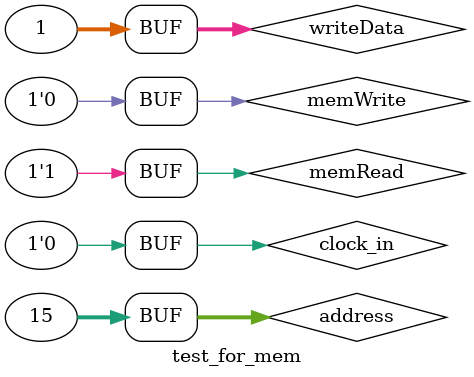
<source format=v>
`timescale 1ns / 1ps


module test_for_mem;

	// Inputs
	reg clock_in;
	reg [31:0] address;
	reg [31:0] writeData;
	reg memWrite;
	reg memRead;

	// Outputs
	wire [31:0] readData;

	// Instantiate the Unit Under Test (UUT)
	data_memory uut (
		.clock_in(clock_in), 
		.address(address), 
		.writeData(writeData), 
		.memWrite(memWrite), 
		.memRead(memRead), 
		.readData(readData)
	);

	initial begin
		// Initialize Inputs
		clock_in = 0;
		address = 0;
		writeData = 0;
		memWrite = 0;
		memRead = 0;

		// Wait 100 ns for global reset to finish
		#100
        
		// Add stimulus here
		
		#50
		clock_in = 1;
		
		#50
		memWrite = 1'b1;
		address = 15;
		writeData = 1;
		
		#50
		clock_in = 0;
		#50
		clock_in = 1;
		#50 
		memRead = 1'b1;
		#50
		clock_in = 0;
		#50
		clock_in = 1;
		#50
		memRead = 1'b1;
		memWrite = 1'b0;
		#50
		clock_in = 0;
	end
	
	
endmodule


</source>
